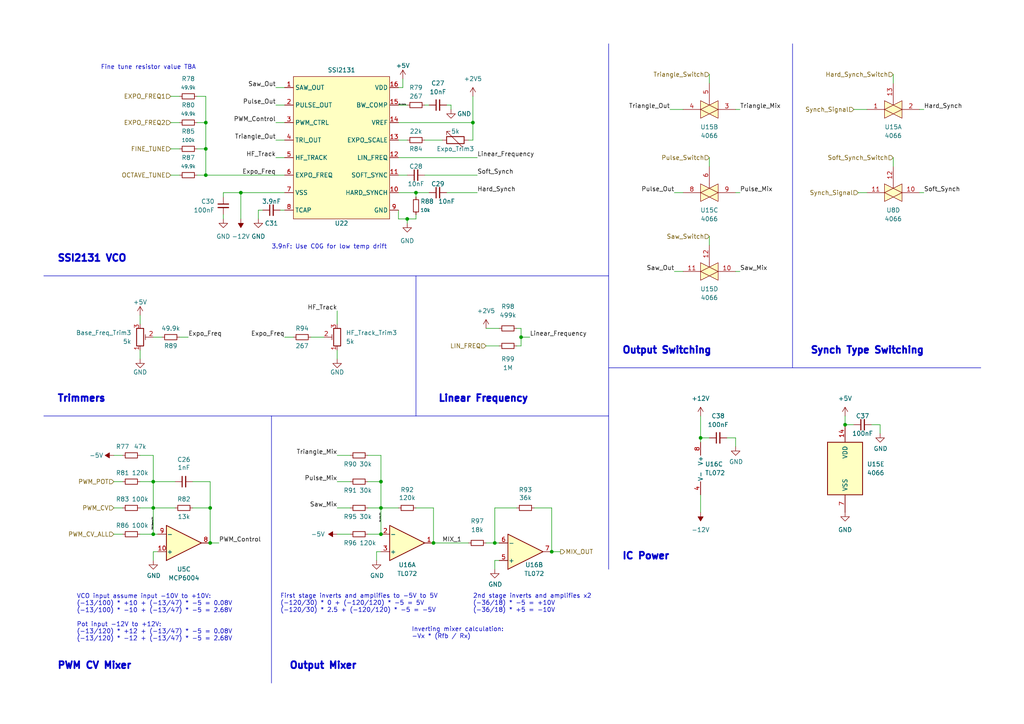
<source format=kicad_sch>
(kicad_sch (version 20230121) (generator eeschema)
  (paper "A4")
  (title_block (title "Quadraphone Voice") (date "2023-01-27") (rev "v1.0") (company "Mountjoy Modular"))
  (lib_symbols
    (symbol "4xxx:4066" (pin_names (offset 1.016))
      (property "Reference" "U" (at -7.62 8.89 0))
      (property "Value" "4066" (at -7.62 -8.89 0))
      (symbol "4066_1_0"
        (polyline (pts (xy 0 1.27) (xy 0 2.54)) (stroke (width 0.1524)))
        (polyline (pts (xy -2.54 0) (xy 2.54 2.54) (xy 2.54 -2.54) (xy -2.54 0)) (fill (type background)))
        (polyline (pts (xy -2.54 2.54) (xy 2.54 0) (xy -2.54 -2.54) (xy -2.54 2.54)) (fill (type background)))
        (pin passive line (at -7.62 0 0) (length 5.08) (name "~") (number "1"))
        (pin input line (at 0 7.62 270) (length 5.08) (name "~") (number "13"))
        (pin passive line (at 7.62 0 180) (length 5.08) (name "~") (number "2"))
      )
      (symbol "4066_2_0"
        (polyline (pts (xy 0 1.27) (xy 0 2.54)) (stroke (width 0.1524)))
        (polyline (pts (xy -2.54 0) (xy 2.54 2.54) (xy 2.54 -2.54) (xy -2.54 0)) (fill (type background)))
        (polyline (pts (xy -2.54 2.54) (xy 2.54 0) (xy -2.54 -2.54) (xy -2.54 2.54)) (fill (type background)))
        (pin passive line (at 7.62 0 180) (length 5.08) (name "~") (number "3"))
        (pin passive line (at -7.62 0 0) (length 5.08) (name "~") (number "4"))
        (pin input line (at 0 7.62 270) (length 5.08) (name "~") (number "5"))
      )
      (symbol "4066_3_0"
        (polyline (pts (xy 0 1.27) (xy 0 2.54)) (stroke (width 0.1524)))
        (polyline (pts (xy -2.54 0) (xy 2.54 2.54) (xy 2.54 -2.54) (xy -2.54 0)) (fill (type background)))
        (polyline (pts (xy -2.54 2.54) (xy 2.54 0) (xy -2.54 -2.54) (xy -2.54 2.54)) (fill (type background)))
        (pin input line (at 0 7.62 270) (length 5.08) (name "~") (number "6"))
        (pin passive line (at -7.62 0 0) (length 5.08) (name "~") (number "8"))
        (pin passive line (at 7.62 0 180) (length 5.08) (name "~") (number "9"))
      )
      (symbol "4066_4_0"
        (polyline (pts (xy 0 1.27) (xy 0 2.54)) (stroke (width 0.1524)))
        (polyline (pts (xy -2.54 0) (xy 2.54 2.54) (xy 2.54 -2.54) (xy -2.54 0)) (fill (type background)))
        (polyline (pts (xy -2.54 2.54) (xy 2.54 0) (xy -2.54 -2.54) (xy -2.54 2.54)) (fill (type background)))
        (pin passive line (at 7.62 0 180) (length 5.08) (name "~") (number "10"))
        (pin passive line (at -7.62 0 0) (length 5.08) (name "~") (number "11"))
        (pin input line (at 0 7.62 270) (length 5.08) (name "~") (number "12"))
      )
      (symbol "4066_5_0"
        (pin power_in line (at 0 12.7 270) (length 5.08) (name "VDD") (number "14"))
        (pin power_in line (at 0 -12.7 90) (length 5.08) (name "VSS") (number "7"))
      )
      (symbol "4066_5_1"
        (rectangle (start -5.08 7.62) (end 5.08 -7.62) (stroke (width 0.254)) (fill (type background)))
      )
    )
    (symbol "Amplifier_Operational:MCP6004" (pin_names (offset 0.127))
      (property "Reference" "U" (at 0 5.08 0))
      (property "Value" "MCP6004" (at 0 -5.08 0))
      (symbol "MCP6004_1_1"
        (polyline (pts (xy -5.08 5.08) (xy 5.08 0) (xy -5.08 -5.08) (xy -5.08 5.08)) (stroke (width 0.254)) (fill (type background)))
        (pin output line (at 7.62 0 180) (length 2.54) (name "~") (number "1"))
        (pin input line (at -7.62 -2.54 0) (length 2.54) (name "-") (number "2"))
        (pin input line (at -7.62 2.54 0) (length 2.54) (name "+") (number "3"))
      )
      (symbol "MCP6004_2_1"
        (polyline (pts (xy -5.08 5.08) (xy 5.08 0) (xy -5.08 -5.08) (xy -5.08 5.08)) (stroke (width 0.254)) (fill (type background)))
        (pin input line (at -7.62 2.54 0) (length 2.54) (name "+") (number "5"))
        (pin input line (at -7.62 -2.54 0) (length 2.54) (name "-") (number "6"))
        (pin output line (at 7.62 0 180) (length 2.54) (name "~") (number "7"))
      )
      (symbol "MCP6004_3_1"
        (polyline (pts (xy -5.08 5.08) (xy 5.08 0) (xy -5.08 -5.08) (xy -5.08 5.08)) (stroke (width 0.254)) (fill (type background)))
        (pin input line (at -7.62 2.54 0) (length 2.54) (name "+") (number "10"))
        (pin output line (at 7.62 0 180) (length 2.54) (name "~") (number "8"))
        (pin input line (at -7.62 -2.54 0) (length 2.54) (name "-") (number "9"))
      )
      (symbol "MCP6004_4_1"
        (polyline (pts (xy -5.08 5.08) (xy 5.08 0) (xy -5.08 -5.08) (xy -5.08 5.08)) (stroke (width 0.254)) (fill (type background)))
        (pin input line (at -7.62 2.54 0) (length 2.54) (name "+") (number "12"))
        (pin input line (at -7.62 -2.54 0) (length 2.54) (name "-") (number "13"))
        (pin output line (at 7.62 0 180) (length 2.54) (name "~") (number "14"))
      )
      (symbol "MCP6004_5_1"
        (pin power_in line (at -2.54 -7.62 90) (length 3.81) (name "V-") (number "11"))
        (pin power_in line (at -2.54 7.62 270) (length 3.81) (name "V+") (number "4"))
      )
    )
    (symbol "Amplifier_Operational:TL072" (pin_names (offset 0.127))
      (property "Reference" "U" (at 0 5.08 0))
      (property "Value" "TL072" (at 0 -5.08 0))
      (symbol "TL072_1_1"
        (polyline (pts (xy -5.08 5.08) (xy 5.08 0) (xy -5.08 -5.08) (xy -5.08 5.08)) (stroke (width 0.254)) (fill (type background)))
        (pin output line (at 7.62 0 180) (length 2.54) (name "~") (number "1"))
        (pin input line (at -7.62 -2.54 0) (length 2.54) (name "-") (number "2"))
        (pin input line (at -7.62 2.54 0) (length 2.54) (name "+") (number "3"))
      )
      (symbol "TL072_2_1"
        (polyline (pts (xy -5.08 5.08) (xy 5.08 0) (xy -5.08 -5.08) (xy -5.08 5.08)) (stroke (width 0.254)) (fill (type background)))
        (pin input line (at -7.62 2.54 0) (length 2.54) (name "+") (number "5"))
        (pin input line (at -7.62 -2.54 0) (length 2.54) (name "-") (number "6"))
        (pin output line (at 7.62 0 180) (length 2.54) (name "~") (number "7"))
      )
      (symbol "TL072_3_1"
        (pin power_in line (at -2.54 -7.62 90) (length 3.81) (name "V-") (number "4"))
        (pin power_in line (at -2.54 7.62 270) (length 3.81) (name "V+") (number "8"))
      )
    )
    (symbol "Custom_Audio:SSI2131"
      (property "Reference" "U" (at 0 21.59 0))
      (property "Value" "SSI2131" (at 0 -23.495 0))
      (symbol "SSI2131_0_0"
        (pin output line (at -16.51 16.51 0) (length 2.54) (name "SAW_OUT") (number "1"))
        (pin input line (at 16.51 -13.97 180) (length 2.54) (name "HARD_SYNCH") (number "10"))
        (pin input line (at 16.51 -8.89 180) (length 2.54) (name "SOFT_SYNC") (number "11"))
        (pin input line (at 16.51 -3.81 180) (length 2.54) (name "LIN_FREQ") (number "12"))
        (pin input line (at 16.51 1.27 180) (length 2.54) (name "EXPO_SCALE") (number "13"))
        (pin power_in line (at 16.51 6.35 180) (length 2.54) (name "VREF") (number "14"))
        (pin output line (at 16.51 11.43 180) (length 2.54) (name "BW_COMP") (number "15"))
        (pin power_in line (at 16.51 16.51 180) (length 2.54) (name "VDD") (number "16"))
        (pin output line (at -16.51 11.43 0) (length 2.54) (name "PULSE_OUT") (number "2"))
        (pin input line (at -16.51 6.35 0) (length 2.54) (name "PWM_CTRL") (number "3"))
        (pin output line (at -16.51 -3.81 0) (length 2.54) (name "HF_TRACK") (number "5"))
        (pin input line (at -16.51 -8.89 0) (length 2.54) (name "EXPO_FREQ") (number "6"))
        (pin power_in line (at -16.51 -13.97 0) (length 2.54) (name "VSS") (number "7"))
        (pin input line (at -16.51 -19.05 0) (length 2.54) (name "TCAP") (number "8"))
        (pin power_in line (at 16.51 -19.05 180) (length 2.54) (name "GND") (number "9"))
      )
      (symbol "SSI2131_0_1"
        (rectangle (start -13.97 19.685) (end 13.97 -21.59) (fill (type background)))
      )
      (symbol "SSI2131_1_1"
        (pin output line (at -16.51 1.27 0) (length 2.54) (name "TRI_OUT") (number "4"))
      )
    )
    (symbol "Device:C_Small" (pin_numbers hide) (pin_names (offset 0.254) hide)
      (property "Reference" "C" (at 0.254 1.778 0))
      (property "Value" "C_Small" (at 0.254 -2.032 0))
      (symbol "C_Small_0_1"
        (polyline (pts (xy -1.524 -0.508) (xy 1.524 -0.508)) (stroke (width 0.3302)))
        (polyline (pts (xy -1.524 0.508) (xy 1.524 0.508)) (stroke (width 0.3048)))
      )
      (symbol "C_Small_1_1"
        (pin passive line (at 0 2.54 270) (length 2.032) (name "~") (number "1"))
        (pin passive line (at 0 -2.54 90) (length 2.032) (name "~") (number "2"))
      )
    )
    (symbol "Device:R_Potentiometer_Trim" (pin_names (offset 1.016) hide)
      (property "Reference" "RV" (at -4.445 0 90))
      (property "Value" "R_Potentiometer_Trim" (at -2.54 0 90))
      (symbol "R_Potentiometer_Trim_0_1"
        (polyline (pts (xy 1.524 0.762) (xy 1.524 -0.762)))
        (polyline (pts (xy 2.54 0) (xy 1.524 0)))
        (rectangle (start 1.016 2.54) (end -1.016 -2.54) (stroke (width 0.254)))
      )
      (symbol "R_Potentiometer_Trim_1_1"
        (pin passive line (at 0 3.81 270) (length 1.27) (name "1") (number "1"))
        (pin passive line (at 3.81 0 180) (length 1.27) (name "2") (number "2"))
        (pin passive line (at 0 -3.81 90) (length 1.27) (name "3") (number "3"))
      )
    )
    (symbol "Device:R_Small" (pin_numbers hide) (pin_names (offset 0.254) hide)
      (property "Reference" "R" (at 0.762 0.508 0))
      (property "Value" "R_Small" (at 0.762 -1.016 0))
      (symbol "R_Small_0_1"
        (rectangle (start -0.762 1.778) (end 0.762 -1.778) (stroke (width 0.2032)))
      )
      (symbol "R_Small_1_1"
        (pin passive line (at 0 2.54 270) (length 0.762) (name "~") (number "1"))
        (pin passive line (at 0 -2.54 90) (length 0.762) (name "~") (number "2"))
      )
    )
    (symbol "Device:R_Variable" (pin_numbers hide) (pin_names (offset 0))
      (property "Reference" "R" (at 2.54 -2.54 90))
      (property "Value" "R_Variable" (at -2.54 -1.27 90))
      (symbol "R_Variable_0_1"
        (rectangle (start -1.016 -2.54) (end 1.016 2.54) (stroke (width 0.254)))
        (polyline (pts (xy 2.54 1.524) (xy 2.54 2.54) (xy 1.524 2.54) (xy 2.54 2.54) (xy -2.032 -2.032)))
      )
      (symbol "R_Variable_1_1"
        (pin passive line (at 0 3.81 270) (length 1.27) (name "~") (number "1"))
        (pin passive line (at 0 -3.81 90) (length 1.27) (name "~") (number "2"))
      )
    )
    (symbol "power:+12V" (power) (pin_names (offset 0))
      (property "Value" "+12V" (at 0 3.556 0))
      (symbol "+12V_0_1"
        (polyline (pts (xy -0.762 1.27) (xy 0 2.54)))
        (polyline (pts (xy 0 0) (xy 0 2.54)))
        (polyline (pts (xy 0 2.54) (xy 0.762 1.27)))
      )
      (symbol "+12V_1_1"
        (pin power_in line (at 0 0 90) (length 0) hide (name "+12V") (number "1"))
      )
    )
    (symbol "power:+2V5" (power) (pin_names (offset 0))
      (property "Value" "+2V5" (at 0 3.556 0))
      (symbol "+2V5_0_1"
        (polyline (pts (xy -0.762 1.27) (xy 0 2.54)))
        (polyline (pts (xy 0 0) (xy 0 2.54)))
        (polyline (pts (xy 0 2.54) (xy 0.762 1.27)))
      )
      (symbol "+2V5_1_1"
        (pin power_in line (at 0 0 90) (length 0) hide (name "+2V5") (number "1"))
      )
    )
    (symbol "power:+5V" (power) (pin_names (offset 0))
      (property "Value" "+5V" (at 0 3.556 0))
      (symbol "+5V_0_1"
        (polyline (pts (xy -0.762 1.27) (xy 0 2.54)))
        (polyline (pts (xy 0 0) (xy 0 2.54)))
        (polyline (pts (xy 0 2.54) (xy 0.762 1.27)))
      )
      (symbol "+5V_1_1"
        (pin power_in line (at 0 0 90) (length 0) hide (name "+5V") (number "1"))
      )
    )
    (symbol "power:-12V" (power) (pin_names (offset 0))
      (property "Value" "-12V" (at 0 3.81 0))
      (symbol "-12V_0_0"
        (pin power_in line (at 0 0 90) (length 0) hide (name "-12V") (number "1"))
      )
      (symbol "-12V_0_1"
        (polyline (pts (xy 0 0) (xy 0 1.27) (xy 0.762 1.27) (xy 0 2.54) (xy -0.762 1.27) (xy 0 1.27)) (fill (type outline)))
      )
    )
    (symbol "power:-5V" (power) (pin_names (offset 0))
      (property "Value" "-5V" (at 0 3.81 0))
      (symbol "-5V_0_0"
        (pin power_in line (at 0 0 90) (length 0) hide (name "-5V") (number "1"))
      )
      (symbol "-5V_0_1"
        (polyline (pts (xy 0 0) (xy 0 1.27) (xy 0.762 1.27) (xy 0 2.54) (xy -0.762 1.27) (xy 0 1.27)) (fill (type outline)))
      )
    )
    (symbol "power:GND" (power) (pin_names (offset 0))
      (property "Value" "GND" (at 0 -3.81 0))
      (symbol "GND_0_1"
        (polyline (pts (xy 0 0) (xy 0 -1.27) (xy 1.27 -1.27) (xy 0 -2.54) (xy -1.27 -1.27) (xy 0 -1.27)))
      )
      (symbol "GND_1_1"
        (pin power_in line (at 0 0 270) (length 0) hide (name "GND") (number "1"))
      )
    )
  )
  (junction (at 60.96 147.32))
  (junction (at 160.02 160.02))
  (junction (at 137.16 35.56))
  (junction (at 151.13 97.79))
  (junction (at 110.49 154.94))
  (junction (at 118.11 63.5))
  (junction (at 110.49 139.7))
  (junction (at 203.2 127))
  (junction (at 245.11 123.19))
  (junction (at 125.73 157.48))
  (junction (at 120.65 55.88))
  (junction (at 59.69 43.18))
  (junction (at 69.85 55.88))
  (junction (at 110.49 147.32))
  (junction (at 143.51 157.48))
  (junction (at 60.96 157.48))
  (junction (at 59.69 50.8))
  (junction (at 44.45 139.7))
  (junction (at 44.45 147.32))
  (junction (at 59.69 35.56))
  (junction (at 44.45 154.94))
  (polyline (pts (xy 176.53 165.1) (xy 176.53 12.7)))
  (polyline (pts (xy 12.7 120.65) (xy 176.53 120.65)))
  (wire (pts (xy 115.57 35.56) (xy 137.16 35.56)))
  (wire (pts (xy 57.15 35.56) (xy 59.69 35.56)))
  (polyline (pts (xy 229.87 12.7) (xy 229.87 106.68)))
  (wire (pts (xy 149.86 100.33) (xy 151.13 100.33)))
  (wire (pts (xy 151.13 97.79) (xy 151.13 95.25)))
  (wire (pts (xy 120.65 147.32) (xy 125.73 147.32)))
  (wire (pts (xy 110.49 139.7) (xy 110.49 147.32)))
  (wire (pts (xy 97.79 154.94) (xy 101.6 154.94)))
  (wire (pts (xy 143.51 157.48) (xy 144.78 157.48)))
  (wire (pts (xy 55.88 147.32) (xy 60.96 147.32)))
  (wire (pts (xy 143.51 147.32) (xy 149.86 147.32)))
  (wire (pts (xy 109.22 160.02) (xy 109.22 162.56)))
  (wire (pts (xy 116.84 25.4) (xy 115.57 25.4)))
  (wire (pts (xy 115.57 45.72) (xy 138.43 45.72)))
  (wire (pts (xy 129.54 30.48) (xy 130.81 30.48)))
  (wire (pts (xy 195.58 78.74) (xy 198.12 78.74)))
  (wire (pts (xy 49.53 50.8) (xy 52.07 50.8)))
  (wire (pts (xy 80.01 25.4) (xy 82.55 25.4)))
  (wire (pts (xy 33.02 139.7) (xy 35.56 139.7)))
  (wire (pts (xy 40.64 139.7) (xy 44.45 139.7)))
  (wire (pts (xy 49.53 43.18) (xy 52.07 43.18)))
  (wire (pts (xy 266.7 31.75) (xy 267.97 31.75)))
  (wire (pts (xy 115.57 40.64) (xy 118.11 40.64)))
  (wire (pts (xy 97.79 101.6) (xy 97.79 104.14)))
  (wire (pts (xy 115.57 63.5) (xy 118.11 63.5)))
  (wire (pts (xy 97.79 139.7) (xy 101.6 139.7)))
  (wire (pts (xy 60.96 147.32) (xy 60.96 157.48)))
  (wire (pts (xy 97.79 147.32) (xy 101.6 147.32)))
  (wire (pts (xy 259.08 45.72) (xy 259.08 48.26)))
  (wire (pts (xy 90.17 97.79) (xy 93.98 97.79)))
  (wire (pts (xy 123.19 50.8) (xy 138.43 50.8)))
  (wire (pts (xy 123.19 30.48) (xy 124.46 30.48)))
  (polyline (pts (xy 176.53 106.68) (xy 284.48 106.68)))
  (wire (pts (xy 80.01 30.48) (xy 82.55 30.48)))
  (wire (pts (xy 33.02 132.08) (xy 35.56 132.08)))
  (wire (pts (xy 59.69 27.94) (xy 59.69 35.56)))
  (wire (pts (xy 203.2 120.65) (xy 203.2 127)))
  (wire (pts (xy 40.64 147.32) (xy 44.45 147.32)))
  (wire (pts (xy 69.85 55.88) (xy 69.85 63.5)))
  (wire (pts (xy 59.69 43.18) (xy 59.69 50.8)))
  (wire (pts (xy 116.84 22.86) (xy 116.84 25.4)))
  (polyline (pts (xy 12.7 80.01) (xy 176.53 80.01)))
  (wire (pts (xy 97.79 132.08) (xy 101.6 132.08)))
  (wire (pts (xy 115.57 60.96) (xy 115.57 63.5)))
  (wire (pts (xy 44.45 160.02) (xy 45.72 160.02)))
  (wire (pts (xy 144.78 95.25) (xy 140.97 95.25)))
  (wire (pts (xy 44.45 139.7) (xy 50.8 139.7)))
  (wire (pts (xy 129.54 55.88) (xy 138.43 55.88)))
  (wire (pts (xy 74.93 60.96) (xy 74.93 63.5)))
  (wire (pts (xy 259.08 21.59) (xy 259.08 24.13)))
  (wire (pts (xy 140.97 100.33) (xy 144.78 100.33)))
  (wire (pts (xy 57.15 43.18) (xy 59.69 43.18)))
  (wire (pts (xy 245.11 123.19) (xy 247.65 123.19)))
  (wire (pts (xy 57.15 50.8) (xy 59.69 50.8)))
  (wire (pts (xy 59.69 35.56) (xy 59.69 43.18)))
  (wire (pts (xy 143.51 162.56) (xy 144.78 162.56)))
  (wire (pts (xy 203.2 127) (xy 203.2 128.27)))
  (wire (pts (xy 45.72 154.94) (xy 44.45 154.94)))
  (wire (pts (xy 106.68 154.94) (xy 110.49 154.94)))
  (wire (pts (xy 154.94 147.32) (xy 160.02 147.32)))
  (wire (pts (xy 125.73 157.48) (xy 135.89 157.48)))
  (wire (pts (xy 82.55 97.79) (xy 85.09 97.79)))
  (wire (pts (xy 44.45 97.79) (xy 46.99 97.79)))
  (wire (pts (xy 44.45 147.32) (xy 44.45 154.94)))
  (wire (pts (xy 210.82 127) (xy 213.36 127)))
  (wire (pts (xy 245.11 120.65) (xy 245.11 123.19)))
  (wire (pts (xy 140.97 157.48) (xy 143.51 157.48)))
  (wire (pts (xy 143.51 162.56) (xy 143.51 165.1)))
  (wire (pts (xy 205.74 68.58) (xy 205.74 71.12)))
  (wire (pts (xy 106.68 147.32) (xy 110.49 147.32)))
  (wire (pts (xy 203.2 127) (xy 205.74 127)))
  (wire (pts (xy 97.79 90.17) (xy 97.79 93.98)))
  (wire (pts (xy 60.96 157.48) (xy 63.5 157.48)))
  (wire (pts (xy 64.77 55.88) (xy 64.77 57.15)))
  (wire (pts (xy 247.65 31.75) (xy 251.46 31.75)))
  (wire (pts (xy 54.61 97.79) (xy 52.07 97.79)))
  (wire (pts (xy 151.13 100.33) (xy 151.13 97.79)))
  (wire (pts (xy 40.64 154.94) (xy 44.45 154.94)))
  (wire (pts (xy 40.64 91.44) (xy 40.64 93.98)))
  (polyline (pts (xy 78.74 120.65) (xy 78.74 198.12)))
  (wire (pts (xy 44.45 139.7) (xy 44.45 147.32)))
  (wire (pts (xy 248.92 55.88) (xy 251.46 55.88)))
  (wire (pts (xy 44.45 147.32) (xy 50.8 147.32)))
  (wire (pts (xy 213.36 55.88) (xy 214.63 55.88)))
  (wire (pts (xy 59.69 27.94) (xy 57.15 27.94)))
  (wire (pts (xy 106.68 132.08) (xy 110.49 132.08)))
  (wire (pts (xy 49.53 27.94) (xy 52.07 27.94)))
  (wire (pts (xy 49.53 35.56) (xy 52.07 35.56)))
  (wire (pts (xy 135.89 40.64) (xy 137.16 40.64)))
  (wire (pts (xy 44.45 160.02) (xy 44.45 162.56)))
  (wire (pts (xy 106.68 139.7) (xy 110.49 139.7)))
  (wire (pts (xy 80.01 45.72) (xy 82.55 45.72)))
  (wire (pts (xy 151.13 95.25) (xy 149.86 95.25)))
  (wire (pts (xy 74.93 60.96) (xy 76.2 60.96)))
  (wire (pts (xy 118.11 63.5) (xy 118.11 64.77)))
  (wire (pts (xy 125.73 147.32) (xy 125.73 157.48)))
  (wire (pts (xy 252.73 123.19) (xy 255.27 123.19)))
  (wire (pts (xy 266.7 55.88) (xy 267.97 55.88)))
  (wire (pts (xy 123.19 40.64) (xy 128.27 40.64)))
  (wire (pts (xy 80.01 35.56) (xy 82.55 35.56)))
  (wire (pts (xy 115.57 50.8) (xy 118.11 50.8)))
  (wire (pts (xy 130.81 30.48) (xy 130.81 31.75)))
  (wire (pts (xy 33.02 154.94) (xy 35.56 154.94)))
  (wire (pts (xy 81.28 60.96) (xy 82.55 60.96)))
  (wire (pts (xy 55.88 139.7) (xy 60.96 139.7)))
  (wire (pts (xy 120.65 55.88) (xy 120.65 57.15)))
  (wire (pts (xy 213.36 78.74) (xy 214.63 78.74)))
  (wire (pts (xy 40.64 101.6) (xy 40.64 104.14)))
  (wire (pts (xy 213.36 127) (xy 213.36 129.54)))
  (wire (pts (xy 110.49 147.32) (xy 110.49 154.94)))
  (wire (pts (xy 213.36 31.75) (xy 214.63 31.75)))
  (wire (pts (xy 137.16 27.94) (xy 137.16 35.56)))
  (polyline (pts (xy 120.65 120.65) (xy 120.65 80.01)))
  (wire (pts (xy 64.77 62.23) (xy 64.77 63.5)))
  (wire (pts (xy 64.77 55.88) (xy 69.85 55.88)))
  (wire (pts (xy 60.96 139.7) (xy 60.96 147.32)))
  (wire (pts (xy 137.16 40.64) (xy 137.16 35.56)))
  (wire (pts (xy 151.13 97.79) (xy 153.67 97.79)))
  (wire (pts (xy 115.57 55.88) (xy 120.65 55.88)))
  (wire (pts (xy 118.11 30.48) (xy 115.57 30.48)))
  (wire (pts (xy 110.49 132.08) (xy 110.49 139.7)))
  (wire (pts (xy 59.69 50.8) (xy 82.55 50.8)))
  (wire (pts (xy 143.51 147.32) (xy 143.51 157.48)))
  (wire (pts (xy 255.27 123.19) (xy 255.27 125.73)))
  (wire (pts (xy 109.22 160.02) (xy 110.49 160.02)))
  (wire (pts (xy 160.02 147.32) (xy 160.02 160.02)))
  (wire (pts (xy 69.85 55.88) (xy 82.55 55.88)))
  (wire (pts (xy 40.64 132.08) (xy 44.45 132.08)))
  (wire (pts (xy 194.31 31.75) (xy 198.12 31.75)))
  (wire (pts (xy 80.01 40.64) (xy 82.55 40.64)))
  (wire (pts (xy 160.02 160.02) (xy 162.56 160.02)))
  (wire (pts (xy 205.74 45.72) (xy 205.74 48.26)))
  (wire (pts (xy 203.2 148.59) (xy 203.2 143.51)))
  (wire (pts (xy 110.49 147.32) (xy 115.57 147.32)))
  (wire (pts (xy 44.45 132.08) (xy 44.45 139.7)))
  (wire (pts (xy 120.65 62.23) (xy 120.65 63.5)))
  (wire (pts (xy 195.58 55.88) (xy 198.12 55.88)))
  (wire (pts (xy 205.74 21.59) (xy 205.74 24.13)))
  (wire (pts (xy 120.65 55.88) (xy 124.46 55.88)))
  (wire (pts (xy 120.65 63.5) (xy 118.11 63.5)))
  (wire (pts (xy 33.02 147.32) (xy 35.56 147.32)))
  (text "First stage inverts and amplifies to -5V to 5V\n(-120/30) * 0 + (-120/120) * -5 = 5V\n(-120/30) * 2.5 + (-120/120) * -5 = -5V" (at 81.28 177.8 0) (effects (font (size 1.27 1.27)) (justify left bottom)))
  (text "Fine tune resistor value TBA" (at 29.21 20.32 0) (effects (font (size 1.27 1.27)) (justify left bottom)))
  (text "PWM CV Mixer" (at 16.51 194.31 0) (effects (font (size 2 2) (thickness 0.6) bold) (justify left bottom)))
  (text "Synch Type Switching" (at 234.95 102.87 0) (effects (font (size 2 2) (thickness 0.6) bold) (justify left bottom)))
  (text "Inverting mixer calculation:\n-Vx * (Rfb / Rx)" (at 119.38 185.42 0) (effects (font (size 1.27 1.27)) (justify left bottom)))
  (text "SSI2131 VCO" (at 16.51 76.2 0) (effects (font (size 2 2) (thickness 0.6) bold) (justify left bottom)))
  (text "Linear Frequency" (at 127 116.84 0) (effects (font (size 2 2) (thickness 0.6) bold) (justify left bottom)))
  (text "VCO input assume input -10V to +10V:\n(-13/100) * +10 + (-13/47) * -5 = 0.08V\n(-13/100) * -10 + (-13/47) * -5 = 2.68V\n\nPot input -12V to +12V:\n(-13/120) * +12 + (-13/47) * -5 = 0.08V\n(-13/120) * -12 + (-13/47) * -5 = 2.68V" (at 22.225 186.055 0) (effects (font (size 1.27 1.27)) (justify left bottom)))
  (text "Trimmers" (at 16.51 116.84 0) (effects (font (size 2 2) (thickness 0.6) bold) (justify left bottom)))
  (text "Output Mixer" (at 83.82 194.31 0) (effects (font (size 2 2) (thickness 0.6) bold) (justify left bottom)))
  (text "3.9nF: Use C0G for low temp drift" (at 78.74 72.39 0) (effects (font (size 1.27 1.27)) (justify left bottom)))
  (text "IC Power" (at 180.34 162.56 0) (effects (font (size 2 2) (thickness 0.6) bold) (justify left bottom)))
  (text "2nd stage inverts and amplifies x2\n(-36/18) * -5 = +10V\n(-36/18) * +5 = -10V" (at 137.16 177.8 0) (effects (font (size 1.27 1.27)) (justify left bottom)))
  (text "Output Switching" (at 180.34 102.87 0) (effects (font (size 2 2) (thickness 0.6) bold) (justify left bottom)))
  (label "Saw_Mix" (at 214.63 78.74 0))
  (label "Linear_Frequency" (at 138.43 45.72 0))
  (label "Expo_Freq" (at 80.01 50.8 180))
  (label "MIX_1" (at 128.27 157.48 0))
  (label "Triangle_Out" (at 194.31 31.75 180))
  (label "Soft_Synch" (at 138.43 50.8 0))
  (label "Hard_Synch" (at 267.97 31.75 0))
  (label "Triangle_Out" (at 80.01 40.64 180))
  (label "Saw_Mix" (at 97.79 147.32 180))
  (label "BW_Comp" (at 115.57 30.48 0) (effects (font (size 0.3 0.3))))
  (label "PWM_Opamp_Mix" (at 44.45 149.86 270) (effects (font (size 0.3 0.3))))
  (label "Hard_Synch" (at 138.43 55.88 0))
  (label "Pulse_Mix" (at 214.63 55.88 0))
  (label "Expo_Freq" (at 54.61 97.79 0))
  (label "Soft_Synch" (at 267.97 55.88 0))
  (label "HF_Track" (at 80.01 45.72 180))
  (label "Pulse_Mix" (at 97.79 139.7 180))
  (label "Saw_Out" (at 80.01 25.4 180))
  (label "Triangle_Mix" (at 214.63 31.75 0))
  (label "PWM_Control" (at 80.01 35.56 180))
  (label "Pulse_Out" (at 195.58 55.88 180))
  (label "Triangle_Mix" (at 97.79 132.08 180))
  (label "PWM_Control" (at 63.5 157.48 0))
  (label "HF_Track" (at 97.79 90.17 180))
  (label "Expo_Freq" (at 82.55 97.79 180))
  (label "Linear_Frequency" (at 153.67 97.79 0))
  (label "Pulse_Out" (at 80.01 30.48 180))
  (label "Saw_Out" (at 195.58 78.74 180))
  (label "Op_Amp_Mix" (at 110.49 148.59 270) (effects (font (size 0.3 0.3))))
  (hierarchical_label "EXPO_FREQ2" (shape input) (at 49.53 35.56 180))
  (hierarchical_label "MIX_OUT" (shape output) (at 162.56 160.02 0))
  (hierarchical_label "Triangle_Switch" (shape input) (at 205.74 21.59 180))
  (hierarchical_label "PWM_CV" (shape input) (at 33.02 147.32 180))
  (hierarchical_label "Saw_Switch" (shape input) (at 205.74 68.58 180))
  (hierarchical_label "PWM_POT" (shape input) (at 33.02 139.7 180))
  (hierarchical_label "Synch_Signal" (shape input) (at 247.65 31.75 180))
  (hierarchical_label "LIN_FREQ" (shape input) (at 140.97 100.33 180))
  (hierarchical_label "OCTAVE_TUNE" (shape input) (at 49.53 50.8 180))
  (hierarchical_label "EXPO_FREQ1" (shape input) (at 49.53 27.94 180))
  (hierarchical_label "FINE_TUNE" (shape input) (at 49.53 43.18 180))
  (hierarchical_label "Soft_Synch_Switch" (shape input) (at 259.08 45.72 180))
  (hierarchical_label "Synch_Signal" (shape input) (at 248.92 55.88 180))
  (hierarchical_label "Pulse_Switch" (shape input) (at 205.74 45.72 180))
  (hierarchical_label "PWM_CV_ALL" (shape input) (at 33.02 154.94 180))
  (hierarchical_label "Hard_Synch_Switch" (shape input) (at 259.08 21.59 180))
  (symbol (lib_id "power:+2V5") (at 140.97 95.25 0) (mirror y) (unit 1)
    (property "Reference" "#PWR097" (effects hide))
    (property "Value" "+2V5" (at 140.97 90.17 0))
  )
  (symbol (lib_id "Device:R_Small") (at 38.1 132.08 270) (unit 1)
    (property "Reference" "R77" (at 35.56 129.54 90))
    (property "Value" "47k" (at 40.64 129.54 90))
    (property "Footprint" "Resistor_SMD:R_0603_1608Metric" (effects hide))
  )
  (symbol (lib_id "Device:R_Small") (at 38.1 139.7 270) (unit 1)
    (property "Reference" "R81" (at 35.56 137.16 90))
    (property "Value" "120k" (at 40.64 137.16 90))
    (property "Footprint" "Resistor_SMD:R_0603_1608Metric" (effects hide))
  )
  (symbol (lib_id "power:GND") (at 40.64 104.14 0) (mirror y) (unit 1)
    (property "Reference" "#PWR092" (effects hide))
    (property "Value" "GND" (at 40.64 107.95 0))
  )
  (symbol (lib_id "Device:C_Small") (at 208.28 127 90) (unit 1)
    (property "Reference" "C38" (at 208.2863 120.65 90))
    (property "Value" "100nF" (at 208.2863 123.19 90))
    (property "Footprint" "Capacitor_SMD:C_0603_1608Metric_Pad1.08x0.95mm_HandSolder" (effects hide))
  )
  (symbol (lib_id "power:GND") (at 44.45 162.56 0) (unit 1)
    (property "Reference" "#PWR086" (effects hide))
    (property "Value" "GND" (at 44.577 166.9542 0))
  )
  (symbol (lib_id "Device:C_Small") (at 127 55.88 90) (unit 1)
    (property "Reference" "C29" (at 127 53.34 90))
    (property "Value" "10nF" (at 129.54 58.42 90))
    (property "Footprint" "Capacitor_SMD:C_0603_1608Metric_Pad1.08x0.95mm_HandSolder" (effects hide))
  )
  (symbol (lib_id "Device:R_Small") (at 118.11 147.32 270) (unit 1)
    (property "Reference" "R92" (at 118.11 142.0622 90))
    (property "Value" "120k" (at 118.11 144.3736 90))
    (property "Footprint" "Resistor_SMD:R_0603_1608Metric" (effects hide))
  )
  (symbol (lib_id "Device:C_Small") (at 250.19 123.19 90) (unit 1)
    (property "Reference" "C37" (at 250.19 120.65 90))
    (property "Value" "100nF" (at 250.19 125.73 90))
    (property "Footprint" "Capacitor_SMD:C_0603_1608Metric_Pad1.08x0.95mm_HandSolder" (effects hide))
  )
  (symbol (lib_id "Device:R_Small") (at 87.63 97.79 270) (unit 1)
    (property "Reference" "R94" (at 87.63 95.25 90))
    (property "Value" "267" (at 87.63 100.33 90))
    (property "Footprint" "Resistor_SMD:R_0603_1608Metric" (effects hide))
  )
  (symbol (lib_id "Device:R_Small") (at 147.32 95.25 270) (mirror x) (unit 1)
    (property "Reference" "R98" (at 147.32 88.9 90))
    (property "Value" "499k" (at 147.32 91.44 90))
    (property "Footprint" "Resistor_SMD:R_0603_1608Metric" (effects hide))
  )
  (symbol (lib_id "4xxx:4066") (at 205.74 55.88 0) (unit 3)
    (property "Reference" "U15" (at 205.74 60.96 0))
    (property "Value" "4066" (at 205.74 63.5 0))
    (property "Footprint" "Package_SO:TSSOP-14_4.4x5mm_P0.65mm" (effects hide))
    (property "Datasheet" "http://www.ti.com/lit/ds/symlink/cd4066b.pdf" (effects hide))
  )
  (symbol (lib_id "power:-12V") (at 69.85 63.5 180) (unit 1)
    (property "Reference" "#PWR088" (effects hide))
    (property "Value" "-12V" (at 69.85 68.58 0))
  )
  (symbol (lib_id "power:GND") (at 97.79 104.14 0) (unit 1)
    (property "Reference" "#PWR094" (effects hide))
    (property "Value" "GND" (at 97.79 107.95 0))
  )
  (symbol (lib_id "Device:R_Small") (at 104.14 139.7 270) (unit 1)
    (property "Reference" "R91" (at 101.6 142.24 90))
    (property "Value" "30k" (at 106.045 142.24 90))
    (property "Footprint" "Resistor_SMD:R_0603_1608Metric" (effects hide))
  )
  (symbol (lib_id "Device:R_Small") (at 152.4 147.32 270) (unit 1)
    (property "Reference" "R93" (at 152.4 142.0622 90))
    (property "Value" "36k" (at 152.4 144.3736 90))
    (property "Footprint" "Resistor_SMD:R_0603_1608Metric" (effects hide))
  )
  (symbol (lib_id "power:+12V") (at 203.2 120.65 0) (mirror y) (unit 1)
    (property "Reference" "#PWR0128" (effects hide))
    (property "Value" "+12V" (at 203.2 115.57 0))
  )
  (symbol (lib_id "Device:R_Small") (at 147.32 100.33 90) (unit 1)
    (property "Reference" "R99" (at 147.32 104.14 90))
    (property "Value" "1M" (at 147.32 106.68 90))
    (property "Footprint" "Resistor_SMD:R_0603_1608Metric" (effects hide))
  )
  (symbol (lib_id "4xxx:4066") (at 205.74 31.75 0) (unit 2)
    (property "Reference" "U15" (at 205.74 36.83 0))
    (property "Value" "4066" (at 205.74 39.37 0))
    (property "Footprint" "Package_SO:TSSOP-14_4.4x5mm_P0.65mm" (effects hide))
    (property "Datasheet" "http://www.ti.com/lit/ds/symlink/cd4066b.pdf" (effects hide))
  )
  (symbol (lib_id "Device:R_Small") (at 120.65 30.48 90) (unit 1)
    (property "Reference" "R79" (at 120.65 25.4 90))
    (property "Value" "267" (at 120.65 27.94 90))
    (property "Footprint" "Resistor_SMD:R_0603_1608Metric" (effects hide))
  )
  (symbol (lib_id "Amplifier_Operational:TL072") (at 205.74 135.89 0) (unit 3)
    (property "Reference" "U16" (at 204.47 134.6199 0) (effects (justify left)))
    (property "Value" "TL072" (at 204.47 137.1599 0) (effects (justify left)))
    (property "Footprint" "Package_SO:SOIC-8_3.9x4.9mm_P1.27mm" (effects hide))
    (property "Datasheet" "http://www.ti.com/lit/ds/symlink/tl071.pdf" (effects hide))
  )
  (symbol (lib_id "Device:R_Small") (at 49.53 97.79 90) (unit 1)
    (property "Reference" "R89" (at 49.53 100.33 90))
    (property "Value" "49.9k" (at 49.53 95.25 90))
    (property "Footprint" "Resistor_SMD:R_0603_1608Metric" (effects hide))
  )
  (symbol (lib_id "Device:R_Small") (at 120.65 40.64 90) (unit 1)
    (property "Reference" "R84" (at 120.65 43.18 90))
    (property "Value" "22k" (at 120.65 38.1 90))
    (property "Footprint" "Resistor_SMD:R_0603_1608Metric" (effects hide))
  )
  (symbol (lib_id "power:GND") (at 74.93 63.5 0) (unit 1)
    (property "Reference" "#PWR089" (effects hide))
    (property "Value" "GND" (at 74.93 68.58 0))
  )
  (symbol (lib_id "Device:R_Small") (at 54.61 35.56 90) (unit 1)
    (property "Reference" "R80" (at 54.61 30.48 90))
    (property "Value" "49.9k" (at 54.61 33.02 90) (effects (font (size 1 1))))
    (property "Footprint" "Resistor_SMD:R_0603_1608Metric" (effects hide))
  )
  (symbol (lib_id "Device:R_Small") (at 38.1 147.32 270) (unit 1)
    (property "Reference" "R83" (at 35.56 144.78 90))
    (property "Value" "100k" (at 40.64 144.78 90))
    (property "Footprint" "Resistor_SMD:R_0603_1608Metric" (effects hide))
  )
  (symbol (lib_id "power:GND") (at 130.81 31.75 0) (unit 1)
    (property "Reference" "#PWR085" (effects hide))
    (property "Value" "GND" (at 134.62 33.02 0))
  )
  (symbol (lib_id "power:-12V") (at 203.2 148.59 180) (unit 1)
    (property "Reference" "#PWR0129" (effects hide))
    (property "Value" "-12V" (at 203.2 153.67 0))
  )
  (symbol (lib_id "power:-5V") (at 33.02 132.08 90) (unit 1)
    (property "Reference" "#PWR083" (effects hide))
    (property "Value" "-5V" (at 27.94 132.08 90))
  )
  (symbol (lib_id "power:+5V") (at 116.84 22.86 0) (unit 1)
    (property "Reference" "#PWR082" (effects hide))
    (property "Value" "+5V" (at 116.84 19.05 0))
  )
  (symbol (lib_id "Device:R_Small") (at 53.34 147.32 270) (unit 1)
    (property "Reference" "R82" (at 53.34 144.78 90))
    (property "Value" "13k" (at 53.34 149.86 90))
    (property "Footprint" "Resistor_SMD:R_0603_1608Metric" (effects hide))
  )
  (symbol (lib_id "Device:C_Small") (at 78.74 60.96 90) (unit 1)
    (property "Reference" "C31" (at 78.74 64.77 90))
    (property "Value" "3.9nF" (at 78.74 58.42 90))
    (property "Footprint" "Capacitor_SMD:C_0603_1608Metric_Pad1.08x0.95mm_HandSolder" (effects hide))
  )
  (symbol (lib_id "Device:R_Small") (at 138.43 157.48 270) (unit 1)
    (property "Reference" "R97" (at 138.43 151.13 90))
    (property "Value" "18k" (at 138.43 153.67 90))
    (property "Footprint" "Resistor_SMD:R_0603_1608Metric" (effects hide))
  )
  (symbol (lib_id "Device:R_Potentiometer_Trim") (at 97.79 97.79 180) (unit 1)
    (property "Reference" "HF_Track_Trim3" (at 100.33 96.5199 0) (effects (justify right)))
    (property "Value" "5k" (at 100.33 99.0599 0) (effects (justify right)))
    (property "Footprint" "Potentiometer_THT:Potentiometer_Bourns_3266W_Vertical" (effects hide))
  )
  (symbol (lib_id "Device:C_Small") (at 120.65 50.8 90) (unit 1)
    (property "Reference" "C28" (at 120.65 48.26 90))
    (property "Value" "10nF" (at 120.65 53.34 90))
    (property "Footprint" "Capacitor_SMD:C_0603_1608Metric_Pad1.08x0.95mm_HandSolder" (effects hide))
  )
  (symbol (lib_id "Device:C_Small") (at 53.34 139.7 90) (unit 1)
    (property "Reference" "C26" (at 53.34 133.2992 90))
    (property "Value" "1nF" (at 53.34 135.6106 90))
    (property "Footprint" "Capacitor_SMD:C_0603_1608Metric_Pad1.08x0.95mm_HandSolder" (effects hide))
  )
  (symbol (lib_id "Amplifier_Operational:TL072") (at 152.4 160.02 0) (mirror x) (unit 2)
    (property "Reference" "U16" (at 154.94 163.83 0))
    (property "Value" "TL072" (at 154.94 166.37 0))
    (property "Footprint" "Package_SO:SOIC-8_3.9x4.9mm_P1.27mm" (effects hide))
    (property "Datasheet" "http://www.ti.com/lit/ds/symlink/tl071.pdf" (effects hide))
  )
  (symbol (lib_id "Device:R_Small") (at 120.65 59.69 180) (unit 1)
    (property "Reference" "R88" (at 121.92 58.42 0) (effects (justify right)))
    (property "Value" "10k" (at 121.92 60.96 0) (effects (font (size 1 1)) (justify right)))
    (property "Footprint" "Resistor_SMD:R_0603_1608Metric" (effects hide))
  )
  (symbol (lib_id "power:GND") (at 245.11 148.59 0) (unit 1)
    (property "Reference" "#PWR0116" (effects hide))
    (property "Value" "GND" (at 245.11 153.67 0))
  )
  (symbol (lib_id "Amplifier_Operational:MCP6004") (at 53.34 157.48 0) (mirror x) (unit 3)
    (property "Reference" "U5" (at 53.34 165.1 0))
    (property "Value" "MCP6004" (at 53.34 167.64 0))
    (property "Footprint" "Package_SO:SOIC-14_3.9x8.7mm_P1.27mm" (effects hide))
    (property "Datasheet" "http://ww1.microchip.com/downloads/en/DeviceDoc/21733j.pdf" (effects hide))
  )
  (symbol (lib_id "power:GND") (at 64.77 63.5 0) (unit 1)
    (property "Reference" "#PWR087" (effects hide))
    (property "Value" "GND" (at 64.77 68.58 0))
  )
  (symbol (lib_id "Device:R_Small") (at 54.61 50.8 90) (unit 1)
    (property "Reference" "R87" (at 54.61 45.72 90))
    (property "Value" "49.9k" (at 54.61 48.26 90) (effects (font (size 1 1))))
    (property "Footprint" "Resistor_SMD:R_0603_1608Metric" (effects hide))
  )
  (symbol (lib_id "4xxx:4066") (at 245.11 135.89 0) (unit 5)
    (property "Reference" "U15" (at 251.46 134.6199 0) (effects (justify left)))
    (property "Value" "4066" (at 251.46 137.1599 0) (effects (justify left)))
    (property "Footprint" "Package_SO:TSSOP-14_4.4x5mm_P0.65mm" (effects hide))
    (property "Datasheet" "http://www.ti.com/lit/ds/symlink/cd4066b.pdf" (effects hide))
  )
  (symbol (lib_id "Device:R_Small") (at 54.61 27.94 90) (unit 1)
    (property "Reference" "R78" (at 54.61 22.86 90))
    (property "Value" "49.9k" (at 54.61 25.4 90) (effects (font (size 1 1))))
    (property "Footprint" "Resistor_SMD:R_0603_1608Metric" (effects hide))
  )
  (symbol (lib_id "4xxx:4066") (at 259.08 31.75 0) (unit 1)
    (property "Reference" "U15" (at 259.08 36.83 0))
    (property "Value" "4066" (at 259.08 39.37 0))
    (property "Footprint" "Package_SO:TSSOP-14_4.4x5mm_P0.65mm" (effects hide))
    (property "Datasheet" "http://www.ti.com/lit/ds/symlink/cd4066b.pdf" (effects hide))
  )
  (symbol (lib_id "power:+5V") (at 40.64 91.44 0) (unit 1)
    (property "Reference" "#PWR091" (effects hide))
    (property "Value" "+5V" (at 40.64 87.63 0))
  )
  (symbol (lib_id "Device:C_Small") (at 64.77 59.69 0) (unit 1)
    (property "Reference" "C30" (at 62.23 58.4262 0) (effects (justify right)))
    (property "Value" "100nF" (at 62.23 60.9662 0) (effects (justify right)))
    (property "Footprint" "Capacitor_SMD:C_0603_1608Metric_Pad1.08x0.95mm_HandSolder" (effects hide))
  )
  (symbol (lib_id "Custom_Audio:SSI2131") (at 99.06 41.91 0) (unit 1)
    (property "Reference" "U22" (at 99.06 64.77 0))
    (property "Value" "SSI2131" (at 99.06 20.32 0))
    (property "Footprint" "Package_SO:SOIC-16_3.9x9.9mm_P1.27mm" (effects hide))
  )
  (symbol (lib_id "Amplifier_Operational:TL072") (at 118.11 157.48 0) (mirror x) (unit 1)
    (property "Reference" "U16" (at 118.11 163.83 0))
    (property "Value" "TL072" (at 118.11 166.37 0))
    (property "Footprint" "Package_SO:SOIC-8_3.9x4.9mm_P1.27mm" (effects hide))
    (property "Datasheet" "http://www.ti.com/lit/ds/symlink/tl071.pdf" (effects hide))
  )
  (symbol (lib_id "4xxx:4066") (at 205.74 78.74 0) (unit 4)
    (property "Reference" "U15" (at 205.74 83.82 0))
    (property "Value" "4066" (at 205.74 86.36 0))
    (property "Footprint" "Package_SO:TSSOP-14_4.4x5mm_P0.65mm" (effects hide))
    (property "Datasheet" "http://www.ti.com/lit/ds/symlink/cd4066b.pdf" (effects hide))
  )
  (symbol (lib_id "power:GND") (at 118.11 64.77 0) (unit 1)
    (property "Reference" "#PWR090" (effects hide))
    (property "Value" "GND" (at 118.11 69.85 0))
  )
  (symbol (lib_id "Device:R_Variable") (at 132.08 40.64 90) (unit 1)
    (property "Reference" "Expo_Trim3" (at 132.08 43.18 90))
    (property "Value" "5k" (at 132.08 38.1 90))
    (property "Footprint" "Potentiometer_THT:Potentiometer_Bourns_3266W_Vertical" (effects hide))
  )
  (symbol (lib_id "Device:R_Small") (at 38.1 154.94 270) (unit 1)
    (property "Reference" "R86" (at 35.56 152.4 90))
    (property "Value" "100k" (at 40.64 152.4 90))
    (property "Footprint" "Resistor_SMD:R_0603_1608Metric" (effects hide))
  )
  (symbol (lib_id "power:-5V") (at 97.79 154.94 90) (unit 1)
    (property "Reference" "#PWR093" (effects hide))
    (property "Value" "-5V" (at 90.17 154.94 90) (effects (justify right)))
  )
  (symbol (lib_id "power:GND") (at 255.27 125.73 0) (unit 1)
    (property "Reference" "#PWR0135" (effects hide))
    (property "Value" "GND" (at 255.397 130.1242 0))
  )
  (symbol (lib_id "4xxx:4066") (at 259.08 55.88 0) (unit 4)
    (property "Reference" "U8" (at 259.08 60.96 0))
    (property "Value" "4066" (at 259.08 63.5 0))
    (property "Footprint" "Package_SO:TSSOP-14_4.4x5mm_P0.65mm" (effects hide))
    (property "Datasheet" "http://www.ti.com/lit/ds/symlink/cd4066b.pdf" (effects hide))
  )
  (symbol (lib_id "power:GND") (at 143.51 165.1 0) (unit 1)
    (property "Reference" "#PWR096" (effects hide))
    (property "Value" "GND" (at 143.637 169.4942 0))
  )
  (symbol (lib_id "Device:R_Small") (at 104.14 147.32 270) (unit 1)
    (property "Reference" "R95" (at 101.6 149.86 90))
    (property "Value" "30k" (at 106.045 149.86 90))
    (property "Footprint" "Resistor_SMD:R_0603_1608Metric" (effects hide))
  )
  (symbol (lib_id "Device:R_Small") (at 54.61 43.18 90) (unit 1)
    (property "Reference" "R85" (at 54.61 38.1 90))
    (property "Value" "100k" (at 54.61 40.64 90) (effects (font (size 1 1))))
    (property "Footprint" "Resistor_SMD:R_0603_1608Metric" (effects hide))
  )
  (symbol (lib_id "Device:R_Small") (at 104.14 132.08 270) (unit 1)
    (property "Reference" "R90" (at 101.6 134.62 90))
    (property "Value" "30k" (at 106.045 134.62 90))
    (property "Footprint" "Resistor_SMD:R_0603_1608Metric" (effects hide))
  )
  (symbol (lib_id "power:GND") (at 109.22 162.56 0) (unit 1)
    (property "Reference" "#PWR095" (effects hide))
    (property "Value" "GND" (at 109.347 166.9542 0))
  )
  (symbol (lib_id "power:+5V") (at 245.11 120.65 0) (unit 1)
    (property "Reference" "#PWR0115" (effects hide))
    (property "Value" "+5V" (at 245.11 115.57 0))
  )
  (symbol (lib_id "Device:R_Small") (at 104.14 154.94 270) (unit 1)
    (property "Reference" "R96" (at 101.6 157.48 90))
    (property "Value" "120k" (at 106.68 157.48 90))
    (property "Footprint" "Resistor_SMD:R_0603_1608Metric" (effects hide))
  )
  (symbol (lib_id "power:+2V5") (at 137.16 27.94 0) (unit 1)
    (property "Reference" "#PWR084" (effects hide))
    (property "Value" "+2V5" (at 137.16 22.86 0))
  )
  (symbol (lib_id "power:GND") (at 213.36 129.54 0) (unit 1)
    (property "Reference" "#PWR0134" (effects hide))
    (property "Value" "GND" (at 213.487 133.9342 0))
  )
  (symbol (lib_id "Device:R_Potentiometer_Trim") (at 40.64 97.79 0) (mirror x) (unit 1)
    (property "Reference" "Base_Freq_Trim3" (at 38.1 96.5199 0) (effects (justify right)))
    (property "Value" "5k" (at 38.1 99.0599 0) (effects (justify right)))
    (property "Footprint" "Potentiometer_THT:Potentiometer_Bourns_3266W_Vertical" (effects hide))
  )
  (symbol (lib_id "Device:C_Small") (at 127 30.48 90) (unit 1)
    (property "Reference" "C27" (at 127.0063 24.13 90))
    (property "Value" "10nF" (at 127.0063 26.67 90))
    (property "Footprint" "Capacitor_SMD:C_0603_1608Metric_Pad1.08x0.95mm_HandSolder" (effects hide))
  )
)
</source>
